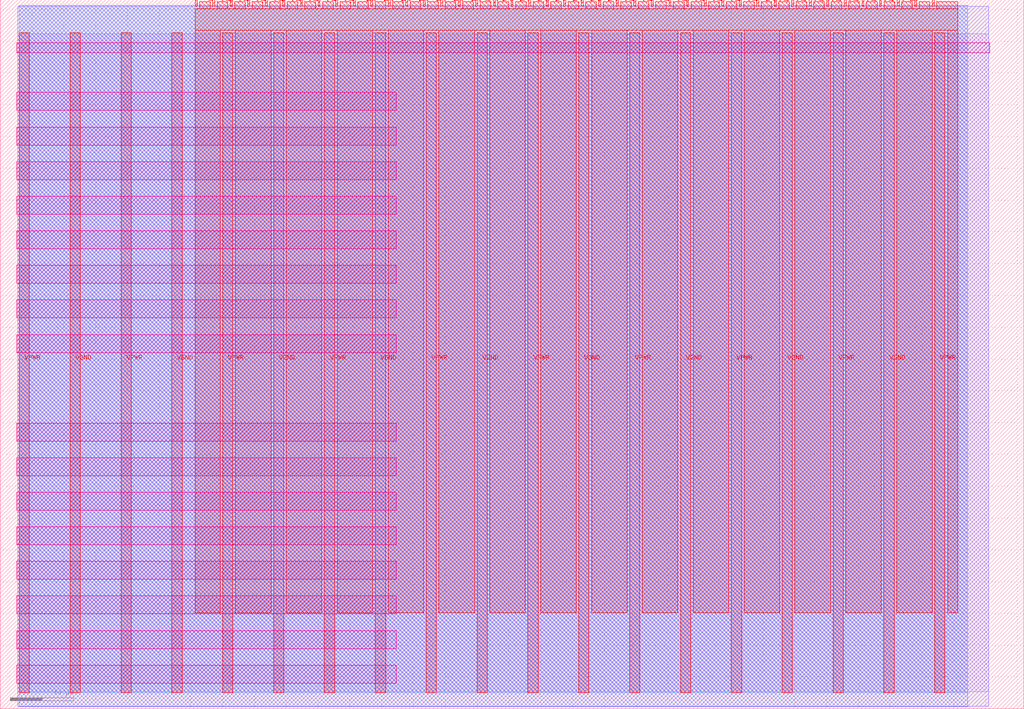
<source format=lef>
VERSION 5.7 ;
  NOWIREEXTENSIONATPIN ON ;
  DIVIDERCHAR "/" ;
  BUSBITCHARS "[]" ;
MACRO tt_um_micro_tiles_container
  CLASS BLOCK ;
  FOREIGN tt_um_micro_tiles_container ;
  ORIGIN 0.000 0.000 ;
  SIZE 161.000 BY 111.520 ;
  PIN VGND
    DIRECTION INOUT ;
    USE GROUND ;
    PORT
      LAYER met4 ;
        RECT 11.000 2.480 12.600 106.320 ;
    END
    PORT
      LAYER met4 ;
        RECT 27.000 2.480 28.600 106.320 ;
    END
    PORT
      LAYER met4 ;
        RECT 43.000 2.480 44.600 106.320 ;
    END
    PORT
      LAYER met4 ;
        RECT 59.000 2.480 60.600 106.320 ;
    END
    PORT
      LAYER met4 ;
        RECT 75.000 2.480 76.600 106.320 ;
    END
    PORT
      LAYER met4 ;
        RECT 91.000 2.480 92.600 106.320 ;
    END
    PORT
      LAYER met4 ;
        RECT 107.000 2.480 108.600 106.320 ;
    END
    PORT
      LAYER met4 ;
        RECT 123.000 2.480 124.600 106.320 ;
    END
    PORT
      LAYER met4 ;
        RECT 139.000 2.480 140.600 106.320 ;
    END
  END VGND
  PIN VPWR
    DIRECTION INOUT ;
    USE POWER ;
    PORT
      LAYER met4 ;
        RECT 3.000 2.480 4.600 106.320 ;
    END
    PORT
      LAYER met4 ;
        RECT 19.000 2.480 20.600 106.320 ;
    END
    PORT
      LAYER met4 ;
        RECT 35.000 2.480 36.600 106.320 ;
    END
    PORT
      LAYER met4 ;
        RECT 51.000 2.480 52.600 106.320 ;
    END
    PORT
      LAYER met4 ;
        RECT 67.000 2.480 68.600 106.320 ;
    END
    PORT
      LAYER met4 ;
        RECT 83.000 2.480 84.600 106.320 ;
    END
    PORT
      LAYER met4 ;
        RECT 99.000 2.480 100.600 106.320 ;
    END
    PORT
      LAYER met4 ;
        RECT 115.000 2.480 116.600 106.320 ;
    END
    PORT
      LAYER met4 ;
        RECT 131.000 2.480 132.600 106.320 ;
    END
    PORT
      LAYER met4 ;
        RECT 147.000 2.480 148.600 106.320 ;
    END
  END VPWR
  PIN clk
    DIRECTION INPUT ;
    USE SIGNAL ;
    ANTENNAGATEAREA 0.852000 ;
    PORT
      LAYER met4 ;
        RECT 143.830 110.520 144.130 111.520 ;
    END
  END clk
  PIN ena
    DIRECTION INPUT ;
    USE SIGNAL ;
    PORT
      LAYER met4 ;
        RECT 146.590 110.520 146.890 111.520 ;
    END
  END ena
  PIN rst_n
    DIRECTION INPUT ;
    USE SIGNAL ;
    ANTENNAGATEAREA 0.213000 ;
    PORT
      LAYER met4 ;
        RECT 141.070 110.520 141.370 111.520 ;
    END
  END rst_n
  PIN ui_in[0]
    DIRECTION INPUT ;
    USE SIGNAL ;
    ANTENNAGATEAREA 0.213000 ;
    PORT
      LAYER met4 ;
        RECT 138.310 110.520 138.610 111.520 ;
    END
  END ui_in[0]
  PIN ui_in[1]
    DIRECTION INPUT ;
    USE SIGNAL ;
    ANTENNAGATEAREA 0.213000 ;
    PORT
      LAYER met4 ;
        RECT 135.550 110.520 135.850 111.520 ;
    END
  END ui_in[1]
  PIN ui_in[2]
    DIRECTION INPUT ;
    USE SIGNAL ;
    ANTENNAGATEAREA 0.213000 ;
    PORT
      LAYER met4 ;
        RECT 132.790 110.520 133.090 111.520 ;
    END
  END ui_in[2]
  PIN ui_in[3]
    DIRECTION INPUT ;
    USE SIGNAL ;
    ANTENNAGATEAREA 0.213000 ;
    ANTENNADIFFAREA 0.434700 ;
    PORT
      LAYER met4 ;
        RECT 130.030 110.520 130.330 111.520 ;
    END
  END ui_in[3]
  PIN ui_in[4]
    DIRECTION INPUT ;
    USE SIGNAL ;
    ANTENNAGATEAREA 0.213000 ;
    PORT
      LAYER met4 ;
        RECT 127.270 110.520 127.570 111.520 ;
    END
  END ui_in[4]
  PIN ui_in[5]
    DIRECTION INPUT ;
    USE SIGNAL ;
    ANTENNAGATEAREA 0.126000 ;
    PORT
      LAYER met4 ;
        RECT 124.510 110.520 124.810 111.520 ;
    END
  END ui_in[5]
  PIN ui_in[6]
    DIRECTION INPUT ;
    USE SIGNAL ;
    ANTENNAGATEAREA 0.213000 ;
    PORT
      LAYER met4 ;
        RECT 121.750 110.520 122.050 111.520 ;
    END
  END ui_in[6]
  PIN ui_in[7]
    DIRECTION INPUT ;
    USE SIGNAL ;
    ANTENNAGATEAREA 0.126000 ;
    PORT
      LAYER met4 ;
        RECT 118.990 110.520 119.290 111.520 ;
    END
  END ui_in[7]
  PIN uio_in[0]
    DIRECTION INPUT ;
    USE SIGNAL ;
    ANTENNAGATEAREA 0.196500 ;
    PORT
      LAYER met4 ;
        RECT 116.230 110.520 116.530 111.520 ;
    END
  END uio_in[0]
  PIN uio_in[1]
    DIRECTION INPUT ;
    USE SIGNAL ;
    ANTENNAGATEAREA 0.196500 ;
    PORT
      LAYER met4 ;
        RECT 113.470 110.520 113.770 111.520 ;
    END
  END uio_in[1]
  PIN uio_in[2]
    DIRECTION INPUT ;
    USE SIGNAL ;
    PORT
      LAYER met4 ;
        RECT 110.710 110.520 111.010 111.520 ;
    END
  END uio_in[2]
  PIN uio_in[3]
    DIRECTION INPUT ;
    USE SIGNAL ;
    PORT
      LAYER met4 ;
        RECT 107.950 110.520 108.250 111.520 ;
    END
  END uio_in[3]
  PIN uio_in[4]
    DIRECTION INPUT ;
    USE SIGNAL ;
    PORT
      LAYER met4 ;
        RECT 105.190 110.520 105.490 111.520 ;
    END
  END uio_in[4]
  PIN uio_in[5]
    DIRECTION INPUT ;
    USE SIGNAL ;
    PORT
      LAYER met4 ;
        RECT 102.430 110.520 102.730 111.520 ;
    END
  END uio_in[5]
  PIN uio_in[6]
    DIRECTION INPUT ;
    USE SIGNAL ;
    PORT
      LAYER met4 ;
        RECT 99.670 110.520 99.970 111.520 ;
    END
  END uio_in[6]
  PIN uio_in[7]
    DIRECTION INPUT ;
    USE SIGNAL ;
    PORT
      LAYER met4 ;
        RECT 96.910 110.520 97.210 111.520 ;
    END
  END uio_in[7]
  PIN uio_oe[0]
    DIRECTION OUTPUT ;
    USE SIGNAL ;
    ANTENNADIFFAREA 0.445500 ;
    PORT
      LAYER met4 ;
        RECT 49.990 110.520 50.290 111.520 ;
    END
  END uio_oe[0]
  PIN uio_oe[1]
    DIRECTION OUTPUT ;
    USE SIGNAL ;
    ANTENNADIFFAREA 0.445500 ;
    PORT
      LAYER met4 ;
        RECT 47.230 110.520 47.530 111.520 ;
    END
  END uio_oe[1]
  PIN uio_oe[2]
    DIRECTION OUTPUT ;
    USE SIGNAL ;
    ANTENNADIFFAREA 0.445500 ;
    PORT
      LAYER met4 ;
        RECT 44.470 110.520 44.770 111.520 ;
    END
  END uio_oe[2]
  PIN uio_oe[3]
    DIRECTION OUTPUT ;
    USE SIGNAL ;
    ANTENNADIFFAREA 0.445500 ;
    PORT
      LAYER met4 ;
        RECT 41.710 110.520 42.010 111.520 ;
    END
  END uio_oe[3]
  PIN uio_oe[4]
    DIRECTION OUTPUT ;
    USE SIGNAL ;
    ANTENNADIFFAREA 0.445500 ;
    PORT
      LAYER met4 ;
        RECT 38.950 110.520 39.250 111.520 ;
    END
  END uio_oe[4]
  PIN uio_oe[5]
    DIRECTION OUTPUT ;
    USE SIGNAL ;
    ANTENNADIFFAREA 0.445500 ;
    PORT
      LAYER met4 ;
        RECT 36.190 110.520 36.490 111.520 ;
    END
  END uio_oe[5]
  PIN uio_oe[6]
    DIRECTION OUTPUT ;
    USE SIGNAL ;
    ANTENNADIFFAREA 0.445500 ;
    PORT
      LAYER met4 ;
        RECT 33.430 110.520 33.730 111.520 ;
    END
  END uio_oe[6]
  PIN uio_oe[7]
    DIRECTION OUTPUT ;
    USE SIGNAL ;
    ANTENNADIFFAREA 0.445500 ;
    PORT
      LAYER met4 ;
        RECT 30.670 110.520 30.970 111.520 ;
    END
  END uio_oe[7]
  PIN uio_out[0]
    DIRECTION OUTPUT ;
    USE SIGNAL ;
    ANTENNADIFFAREA 0.445500 ;
    PORT
      LAYER met4 ;
        RECT 72.070 110.520 72.370 111.520 ;
    END
  END uio_out[0]
  PIN uio_out[1]
    DIRECTION OUTPUT ;
    USE SIGNAL ;
    ANTENNADIFFAREA 0.445500 ;
    PORT
      LAYER met4 ;
        RECT 69.310 110.520 69.610 111.520 ;
    END
  END uio_out[1]
  PIN uio_out[2]
    DIRECTION OUTPUT ;
    USE SIGNAL ;
    ANTENNADIFFAREA 0.445500 ;
    PORT
      LAYER met4 ;
        RECT 66.550 110.520 66.850 111.520 ;
    END
  END uio_out[2]
  PIN uio_out[3]
    DIRECTION OUTPUT ;
    USE SIGNAL ;
    ANTENNADIFFAREA 0.445500 ;
    PORT
      LAYER met4 ;
        RECT 63.790 110.520 64.090 111.520 ;
    END
  END uio_out[3]
  PIN uio_out[4]
    DIRECTION OUTPUT ;
    USE SIGNAL ;
    ANTENNADIFFAREA 0.445500 ;
    PORT
      LAYER met4 ;
        RECT 61.030 110.520 61.330 111.520 ;
    END
  END uio_out[4]
  PIN uio_out[5]
    DIRECTION OUTPUT ;
    USE SIGNAL ;
    ANTENNADIFFAREA 0.445500 ;
    PORT
      LAYER met4 ;
        RECT 58.270 110.520 58.570 111.520 ;
    END
  END uio_out[5]
  PIN uio_out[6]
    DIRECTION OUTPUT ;
    USE SIGNAL ;
    ANTENNADIFFAREA 0.445500 ;
    PORT
      LAYER met4 ;
        RECT 55.510 110.520 55.810 111.520 ;
    END
  END uio_out[6]
  PIN uio_out[7]
    DIRECTION OUTPUT ;
    USE SIGNAL ;
    ANTENNADIFFAREA 0.445500 ;
    PORT
      LAYER met4 ;
        RECT 52.750 110.520 53.050 111.520 ;
    END
  END uio_out[7]
  PIN uo_out[0]
    DIRECTION OUTPUT ;
    USE SIGNAL ;
    ANTENNADIFFAREA 0.891000 ;
    PORT
      LAYER met4 ;
        RECT 94.150 110.520 94.450 111.520 ;
    END
  END uo_out[0]
  PIN uo_out[1]
    DIRECTION OUTPUT ;
    USE SIGNAL ;
    ANTENNADIFFAREA 0.891000 ;
    PORT
      LAYER met4 ;
        RECT 91.390 110.520 91.690 111.520 ;
    END
  END uo_out[1]
  PIN uo_out[2]
    DIRECTION OUTPUT ;
    USE SIGNAL ;
    ANTENNADIFFAREA 0.891000 ;
    PORT
      LAYER met4 ;
        RECT 88.630 110.520 88.930 111.520 ;
    END
  END uo_out[2]
  PIN uo_out[3]
    DIRECTION OUTPUT ;
    USE SIGNAL ;
    ANTENNADIFFAREA 0.891000 ;
    PORT
      LAYER met4 ;
        RECT 85.870 110.520 86.170 111.520 ;
    END
  END uo_out[3]
  PIN uo_out[4]
    DIRECTION OUTPUT ;
    USE SIGNAL ;
    ANTENNADIFFAREA 0.891000 ;
    PORT
      LAYER met4 ;
        RECT 83.110 110.520 83.410 111.520 ;
    END
  END uo_out[4]
  PIN uo_out[5]
    DIRECTION OUTPUT ;
    USE SIGNAL ;
    ANTENNADIFFAREA 0.891000 ;
    PORT
      LAYER met4 ;
        RECT 80.350 110.520 80.650 111.520 ;
    END
  END uo_out[5]
  PIN uo_out[6]
    DIRECTION OUTPUT ;
    USE SIGNAL ;
    ANTENNADIFFAREA 0.891000 ;
    PORT
      LAYER met4 ;
        RECT 77.590 110.520 77.890 111.520 ;
    END
  END uo_out[6]
  PIN uo_out[7]
    DIRECTION OUTPUT ;
    USE SIGNAL ;
    ANTENNADIFFAREA 0.891000 ;
    PORT
      LAYER met4 ;
        RECT 74.830 110.520 75.130 111.520 ;
    END
  END uo_out[7]
  OBS
      LAYER nwell ;
        RECT 2.570 103.170 155.670 104.775 ;
        RECT 2.570 94.105 62.290 96.935 ;
        RECT 2.570 88.665 62.290 91.495 ;
        RECT 2.570 83.225 62.290 86.055 ;
        RECT 2.570 77.785 62.290 80.615 ;
        RECT 2.570 72.345 62.290 75.175 ;
        RECT 2.570 66.905 62.290 69.735 ;
        RECT 2.570 61.465 62.290 64.295 ;
        RECT 2.570 56.025 62.290 58.855 ;
        RECT 2.570 42.105 62.290 44.935 ;
        RECT 2.570 36.665 62.290 39.495 ;
        RECT 2.570 31.225 62.290 34.055 ;
        RECT 2.570 25.785 62.290 28.615 ;
        RECT 2.570 20.345 62.290 23.175 ;
        RECT 2.570 14.905 62.290 17.735 ;
        RECT 2.570 9.465 62.290 12.295 ;
        RECT 2.570 4.025 62.290 6.855 ;
      LAYER li1 ;
        RECT 2.760 2.635 155.480 106.165 ;
      LAYER met1 ;
        RECT 2.760 0.380 155.480 110.460 ;
      LAYER met2 ;
        RECT 3.000 0.350 152.170 110.685 ;
      LAYER met3 ;
        RECT 3.010 2.515 152.195 110.665 ;
      LAYER met4 ;
        RECT 31.370 110.120 33.030 111.170 ;
        RECT 34.130 110.120 35.790 111.170 ;
        RECT 36.890 110.120 38.550 111.170 ;
        RECT 39.650 110.120 41.310 111.170 ;
        RECT 42.410 110.120 44.070 111.170 ;
        RECT 45.170 110.120 46.830 111.170 ;
        RECT 47.930 110.120 49.590 111.170 ;
        RECT 50.690 110.120 52.350 111.170 ;
        RECT 53.450 110.120 55.110 111.170 ;
        RECT 56.210 110.120 57.870 111.170 ;
        RECT 58.970 110.120 60.630 111.170 ;
        RECT 61.730 110.120 63.390 111.170 ;
        RECT 64.490 110.120 66.150 111.170 ;
        RECT 67.250 110.120 68.910 111.170 ;
        RECT 70.010 110.120 71.670 111.170 ;
        RECT 72.770 110.120 74.430 111.170 ;
        RECT 75.530 110.120 77.190 111.170 ;
        RECT 78.290 110.120 79.950 111.170 ;
        RECT 81.050 110.120 82.710 111.170 ;
        RECT 83.810 110.120 85.470 111.170 ;
        RECT 86.570 110.120 88.230 111.170 ;
        RECT 89.330 110.120 90.990 111.170 ;
        RECT 92.090 110.120 93.750 111.170 ;
        RECT 94.850 110.120 96.510 111.170 ;
        RECT 97.610 110.120 99.270 111.170 ;
        RECT 100.370 110.120 102.030 111.170 ;
        RECT 103.130 110.120 104.790 111.170 ;
        RECT 105.890 110.120 107.550 111.170 ;
        RECT 108.650 110.120 110.310 111.170 ;
        RECT 111.410 110.120 113.070 111.170 ;
        RECT 114.170 110.120 115.830 111.170 ;
        RECT 116.930 110.120 118.590 111.170 ;
        RECT 119.690 110.120 121.350 111.170 ;
        RECT 122.450 110.120 124.110 111.170 ;
        RECT 125.210 110.120 126.870 111.170 ;
        RECT 127.970 110.120 129.630 111.170 ;
        RECT 130.730 110.120 132.390 111.170 ;
        RECT 133.490 110.120 135.150 111.170 ;
        RECT 136.250 110.120 137.910 111.170 ;
        RECT 139.010 110.120 140.670 111.170 ;
        RECT 141.770 110.120 143.430 111.170 ;
        RECT 144.530 110.120 146.190 111.170 ;
        RECT 147.290 110.120 150.585 111.170 ;
        RECT 30.655 106.720 150.585 110.120 ;
        RECT 30.655 15.135 34.600 106.720 ;
        RECT 37.000 15.135 42.600 106.720 ;
        RECT 45.000 15.135 50.600 106.720 ;
        RECT 53.000 15.135 58.600 106.720 ;
        RECT 61.000 15.135 66.600 106.720 ;
        RECT 69.000 15.135 74.600 106.720 ;
        RECT 77.000 15.135 82.600 106.720 ;
        RECT 85.000 15.135 90.600 106.720 ;
        RECT 93.000 15.135 98.600 106.720 ;
        RECT 101.000 15.135 106.600 106.720 ;
        RECT 109.000 15.135 114.600 106.720 ;
        RECT 117.000 15.135 122.600 106.720 ;
        RECT 125.000 15.135 130.600 106.720 ;
        RECT 133.000 15.135 138.600 106.720 ;
        RECT 141.000 15.135 146.600 106.720 ;
        RECT 149.000 15.135 150.585 106.720 ;
  END
END tt_um_micro_tiles_container
END LIBRARY


</source>
